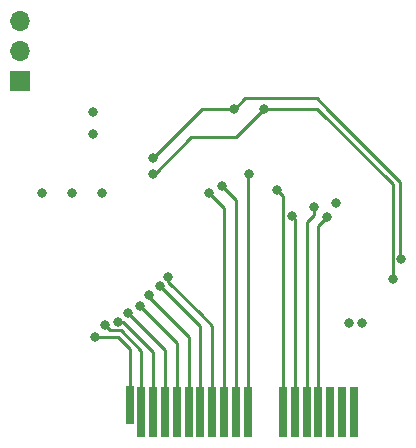
<source format=gbr>
%TF.GenerationSoftware,KiCad,Pcbnew,(6.0.0-0)*%
%TF.CreationDate,2022-02-10T00:31:09-05:00*%
%TF.ProjectId,ROM-Cartridge,524f4d2d-4361-4727-9472-696467652e6b,rev?*%
%TF.SameCoordinates,Original*%
%TF.FileFunction,Copper,L4,Bot*%
%TF.FilePolarity,Positive*%
%FSLAX46Y46*%
G04 Gerber Fmt 4.6, Leading zero omitted, Abs format (unit mm)*
G04 Created by KiCad (PCBNEW (6.0.0-0)) date 2022-02-10 00:31:09*
%MOMM*%
%LPD*%
G01*
G04 APERTURE LIST*
%TA.AperFunction,ComponentPad*%
%ADD10O,1.700000X1.700000*%
%TD*%
%TA.AperFunction,ComponentPad*%
%ADD11R,1.700000X1.700000*%
%TD*%
%TA.AperFunction,ConnectorPad*%
%ADD12R,0.700000X3.200000*%
%TD*%
%TA.AperFunction,ConnectorPad*%
%ADD13R,0.700000X4.300000*%
%TD*%
%TA.AperFunction,ViaPad*%
%ADD14C,0.800000*%
%TD*%
%TA.AperFunction,Conductor*%
%ADD15C,0.250000*%
%TD*%
G04 APERTURE END LIST*
D10*
%TO.P,SW1,3,C*%
%TO.N,unconnected-(SW1-Pad3)*%
X102230000Y-90310000D03*
%TO.P,SW1,2,B*%
%TO.N,Net-(U1-Pad27)*%
X102230000Y-92850000D03*
D11*
%TO.P,SW1,1,A*%
%TO.N,/~{WRITE}*%
X102230000Y-95390000D03*
%TD*%
D12*
%TO.P,J1,A1,A01*%
%TO.N,/A0*%
X111506000Y-122894000D03*
D13*
%TO.P,J1,A2,A02*%
%TO.N,/A1*%
X112506000Y-123444000D03*
%TO.P,J1,A3,A03*%
%TO.N,/A2*%
X113506000Y-123444000D03*
%TO.P,J1,A4,A04*%
%TO.N,/A3*%
X114506000Y-123444000D03*
%TO.P,J1,A5,A05*%
%TO.N,/A4*%
X115506000Y-123444000D03*
%TO.P,J1,A6,A06*%
%TO.N,/A5*%
X116506000Y-123444000D03*
%TO.P,J1,A7,A07*%
%TO.N,/A6*%
X117506000Y-123444000D03*
%TO.P,J1,A8,A08*%
%TO.N,/A7*%
X118506000Y-123444000D03*
%TO.P,J1,A9,A09*%
%TO.N,/A8*%
X119506000Y-123444000D03*
%TO.P,J1,A10,A10*%
%TO.N,/A9*%
X120506000Y-123444000D03*
%TO.P,J1,A11,A11*%
%TO.N,/A10*%
X121506000Y-123444000D03*
%TO.P,J1,A14,A14*%
%TO.N,/A13*%
X126506000Y-123444000D03*
%TO.P,J1,A15,A15*%
%TO.N,/A14*%
X127506000Y-123444000D03*
%TO.P,J1,A16,A16*%
%TO.N,/A15*%
X128506000Y-123444000D03*
%TO.P,J1,A17,A17*%
%TO.N,unconnected-(J1-PadA17)*%
X129506000Y-123444000D03*
%TO.P,J1,A18,A18*%
%TO.N,unconnected-(J1-PadA18)*%
X130506000Y-123444000D03*
%TO.P,J1,A12,A12*%
%TO.N,/A11*%
X124506000Y-123444000D03*
%TO.P,J1,A13,A13*%
%TO.N,/A12*%
X125506000Y-123444000D03*
%TD*%
D14*
%TO.N,GND*%
X128960000Y-105750000D03*
%TO.N,/~{READ}*%
X134520000Y-110490000D03*
%TO.N,/~{EN}*%
X133807410Y-112227188D03*
X113500000Y-103270000D03*
X122890000Y-97770000D03*
%TO.N,/~{READ}*%
X113500000Y-101950000D03*
X120340000Y-97770000D03*
%TO.N,VCC*%
X109180000Y-104910000D03*
X106630000Y-104900000D03*
X104080000Y-104910000D03*
X108440000Y-99920000D03*
%TO.N,GND*%
X108430000Y-98020000D03*
X130120000Y-115880000D03*
%TO.N,VCC*%
X131200000Y-115950000D03*
%TO.N,/A14*%
X128240000Y-106960000D03*
%TO.N,/A13*%
X127162590Y-106107992D03*
%TO.N,/A12*%
X125264500Y-106882583D03*
%TO.N,/A11*%
X124031173Y-104623411D03*
%TO.N,/A10*%
X121620000Y-103340000D03*
%TO.N,/A9*%
X119300316Y-104295990D03*
%TO.N,/A8*%
X118214866Y-104895989D03*
%TO.N,/A7*%
X114790000Y-112050000D03*
%TO.N,/A6*%
X114080000Y-112760000D03*
%TO.N,/A5*%
X113190000Y-113570000D03*
%TO.N,/A4*%
X112380000Y-114500000D03*
%TO.N,/A3*%
X111390000Y-115040000D03*
%TO.N,/A2*%
X110530000Y-115820000D03*
%TO.N,/A1*%
X109420000Y-116100000D03*
%TO.N,/A0*%
X108600000Y-117120000D03*
%TD*%
D15*
%TO.N,/~{EN}*%
X133780000Y-112199778D02*
X133807410Y-112227188D01*
X122890000Y-97770000D02*
X127390000Y-97770000D01*
X127390000Y-97770000D02*
X133780000Y-104160000D01*
X133780000Y-104160000D02*
X133780000Y-112199778D01*
%TO.N,/~{READ}*%
X128330000Y-97840000D02*
X134440000Y-103950000D01*
X124320000Y-96900000D02*
X127390000Y-96900000D01*
X120340000Y-97770000D02*
X120400000Y-97770000D01*
X121220000Y-96950000D02*
X121270000Y-96900000D01*
X127390000Y-96900000D02*
X128330000Y-97840000D01*
X120400000Y-97770000D02*
X121220000Y-96950000D01*
X134440000Y-103950000D02*
X134440000Y-104400000D01*
X134450000Y-110140000D02*
X134520000Y-110210000D01*
X134520000Y-110210000D02*
X134520000Y-110490000D01*
X134440000Y-104400000D02*
X134440000Y-110130000D01*
X121270000Y-96900000D02*
X124320000Y-96900000D01*
X134440000Y-110130000D02*
X134450000Y-110140000D01*
%TO.N,/~{EN}*%
X113640000Y-103270000D02*
X116730000Y-100180000D01*
X113500000Y-103270000D02*
X113640000Y-103270000D01*
X120480000Y-100180000D02*
X122890000Y-97770000D01*
X116730000Y-100180000D02*
X120480000Y-100180000D01*
%TO.N,/~{READ}*%
X117680000Y-97770000D02*
X120340000Y-97770000D01*
X113500000Y-101950000D02*
X117680000Y-97770000D01*
%TO.N,/A13*%
X126506000Y-123444000D02*
X126506000Y-107404000D01*
X126506000Y-107404000D02*
X127162590Y-106747410D01*
X127162590Y-106747410D02*
X127162590Y-106107992D01*
%TO.N,/A12*%
X125506000Y-107124083D02*
X125264500Y-106882583D01*
X125506000Y-123444000D02*
X125506000Y-107124083D01*
%TO.N,/A11*%
X124506000Y-123444000D02*
X124540000Y-123410000D01*
X124540000Y-105132238D02*
X124031173Y-104623411D01*
X124540000Y-123410000D02*
X124540000Y-105132238D01*
%TO.N,/A14*%
X128240000Y-106960000D02*
X127506000Y-107694000D01*
X127506000Y-107694000D02*
X127506000Y-123444000D01*
%TO.N,/A8*%
X119506000Y-123444000D02*
X119506000Y-106187123D01*
X119506000Y-106187123D02*
X118214866Y-104895989D01*
%TO.N,/A9*%
X120506000Y-123444000D02*
X120506000Y-105501674D01*
X120506000Y-105501674D02*
X119300316Y-104295990D01*
%TO.N,/A10*%
X121506000Y-103454000D02*
X121620000Y-103340000D01*
X121506000Y-123444000D02*
X121506000Y-103454000D01*
%TO.N,/A7*%
X118506000Y-123444000D02*
X118506000Y-116136000D01*
X118506000Y-116136000D02*
X117560000Y-115190000D01*
X114790000Y-112420000D02*
X114790000Y-112050000D01*
X117560000Y-115190000D02*
X114790000Y-112420000D01*
%TO.N,/A6*%
X117506000Y-116186000D02*
X117506000Y-123444000D01*
X114080000Y-112760000D02*
X117506000Y-116186000D01*
%TO.N,/A5*%
X116506000Y-117086000D02*
X113030000Y-113610000D01*
X113070000Y-113570000D02*
X113190000Y-113570000D01*
X116506000Y-123444000D02*
X116506000Y-117086000D01*
X113030000Y-113610000D02*
X113070000Y-113570000D01*
%TO.N,/A4*%
X112380000Y-114500000D02*
X115506000Y-117626000D01*
X115506000Y-117626000D02*
X115506000Y-123444000D01*
%TO.N,/A3*%
X111390000Y-115060000D02*
X111390000Y-115040000D01*
X112040000Y-115710000D02*
X111390000Y-115060000D01*
X114506000Y-118176000D02*
X112040000Y-115710000D01*
X114506000Y-123444000D02*
X114506000Y-118176000D01*
%TO.N,/A1*%
X112506000Y-118260402D02*
X110790099Y-116544501D01*
X109864501Y-116544501D02*
X109420000Y-116100000D01*
X112506000Y-123444000D02*
X112506000Y-118260402D01*
X110790099Y-116544501D02*
X109864501Y-116544501D01*
%TO.N,/A2*%
X110530000Y-115820000D02*
X110990000Y-115820000D01*
X110990000Y-115820000D02*
X113506000Y-118336000D01*
X113506000Y-118336000D02*
X113506000Y-123444000D01*
%TO.N,/A0*%
X108600000Y-117120000D02*
X110530000Y-117120000D01*
X110530000Y-117120000D02*
X111506000Y-118096000D01*
X111506000Y-118096000D02*
X111506000Y-122894000D01*
%TD*%
M02*

</source>
